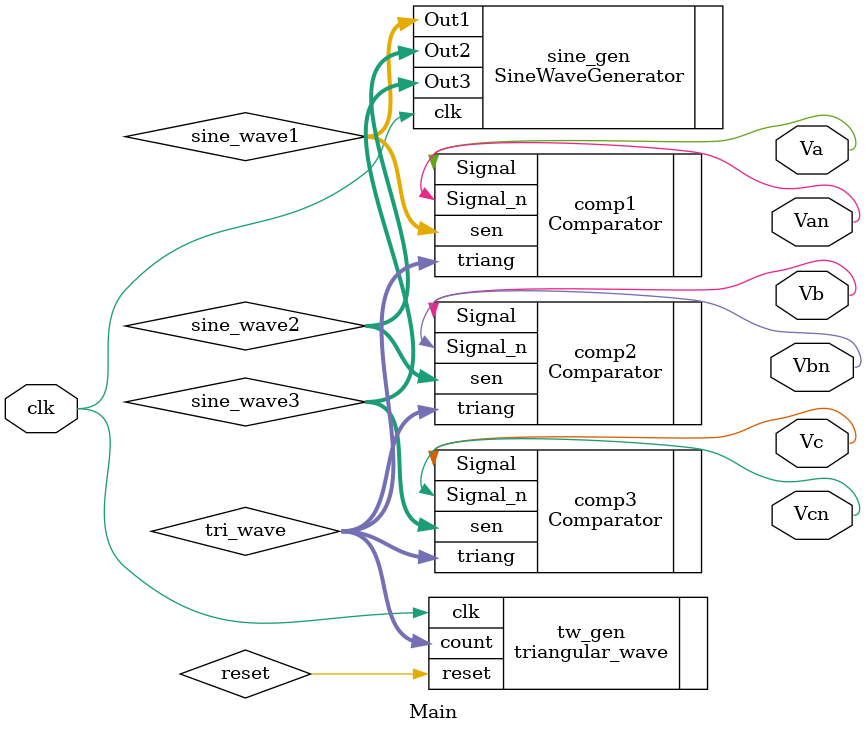
<source format=v>




module Main (
    input wire clk,        // Clock input
    output wire Va,        // Output signal for phase A
	output wire Van,       // Output signal for phase A negado
    output wire Vb,        // Output signal for phase B
	output wire Vbn,       // Output signal for phase B negado
    output wire Vc,        // Output signal for phase C
	output wire Vcn        // Output signal for phase C negado
);

    // Internal signals
    wire [15:0] tri_wave;
    wire [15:0] sine_wave1, sine_wave2, sine_wave3;
	
	
    
    // Instantiate the triangular wave generator
    triangular_wave tw_gen (
        .clk(clk),
        .reset(reset),
        .count(tri_wave)
    );

    // Instantiate the sine wave generator
    SineWaveGenerator sine_gen (
        .clk(clk),
        .Out1(sine_wave1),
        .Out2(sine_wave2),
        .Out3(sine_wave3)
    );

    // Instantiate the comparators
    Comparator comp1 (
        .sen(sine_wave1),
        .triang(tri_wave),
        .Signal(Va),
		.Signal_n(Van)
    );

    Comparator comp2 (
        .sen(sine_wave2),
        .triang(tri_wave),
        .Signal(Vb),
		.Signal_n(Vbn)
    );

    Comparator comp3 (
        .sen(sine_wave3),
        .triang(tri_wave),
        .Signal(Vc),
		.Signal_n(Vcn)
    );

endmodule

</source>
